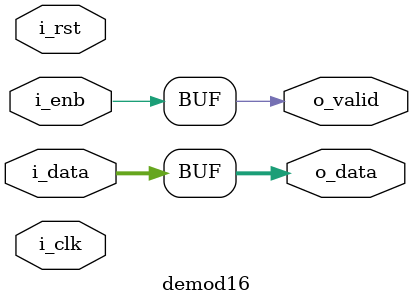
<source format=sv>
module demod16(i_clk, i_data, i_rst, i_enb, o_data, o_valid);

//-----		INPUTS		----------------------------------------------------------	
	input i_clk;
	input [7:0] i_data;
	input i_rst;
	input i_enb;
//-----		OUTPUTS		----------------------------------------------------------		
	output [7:0] o_data;
	output o_valid;
//-----    WIRES         -----------------------------------------------------------------
//-----    REGS         ------------------------------------------------------------------
	
//========================================================================================
//    		MODULE CONTENT		
//========================================================================================

	assign o_data = i_data; // Just a dummy assignement. Replace with your code.
	assign o_valid = i_enb; // Just a dummy assignement. Replace with your code.
	
endmodule 
</source>
